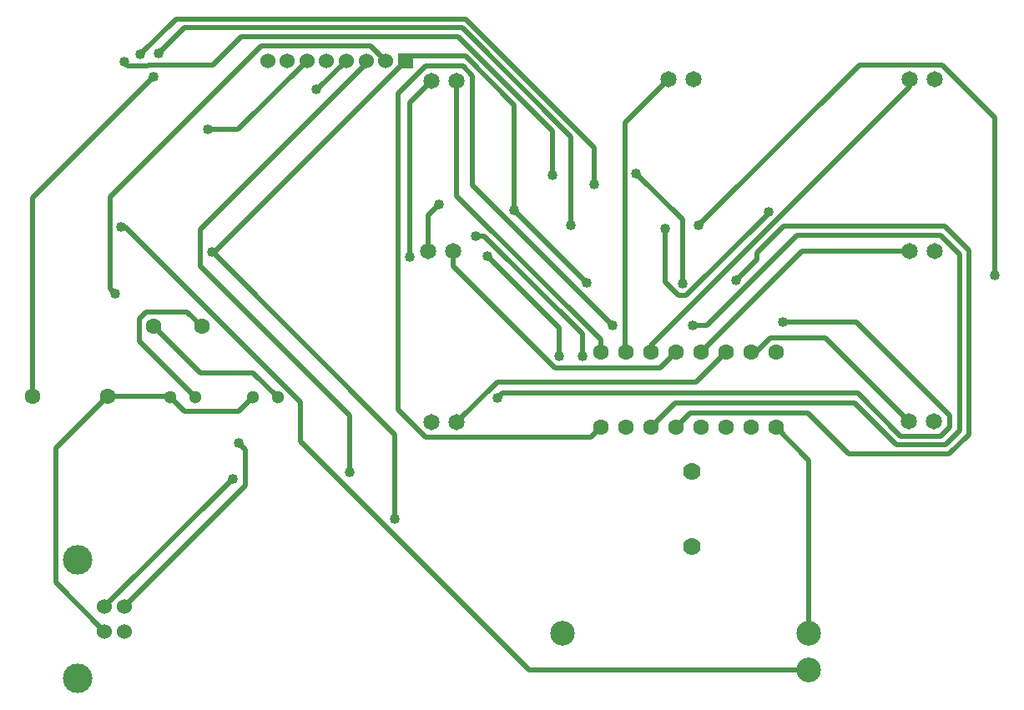
<source format=gbl>
G04 Layer: BottomLayer*
G04 EasyEDA v6.2.46, 2019-11-10T21:10:00+07:00*
G04 036f7757b27e478886c894ae7df38c4b,e5c1abbfa1e54b71a98531a1dec44753,10*
G04 Gerber Generator version 0.2*
G04 Scale: 100 percent, Rotated: No, Reflected: No *
G04 Dimensions in millimeters *
G04 leading zeros omitted , absolute positions ,3 integer and 3 decimal *
%FSLAX33Y33*%
%MOMM*%
G90*
G71D02*

%ADD11C,0.510007*%
%ADD13C,1.020013*%
%ADD27C,1.299997*%
%ADD28C,1.599997*%
%ADD29C,1.651000*%
%ADD30C,1.778000*%
%ADD31C,1.524000*%
%ADD32C,2.999994*%
%ADD33R,1.524000X1.524000*%
%ADD34C,2.499995*%

%LPD*%
G54D11*
G01X15308Y12806D02*
G01X27566Y25062D01*
G01X27566Y28755D01*
G01X26875Y29446D01*
G01X13309Y12806D02*
G01X26304Y25801D01*
G01X37830Y68199D02*
G01X34909Y65278D01*
G01X34798Y65278D01*
G01X13309Y10307D02*
G01X8336Y15278D01*
G01X8336Y28910D01*
G01X13589Y34163D01*
G01X19939Y34036D02*
G01X21374Y32600D01*
G01X26888Y32600D01*
G01X28321Y34036D01*
G01X13589Y34163D02*
G01X19812Y34163D01*
G01X19939Y34036D01*
G01X81407Y30988D02*
G01X84762Y27632D01*
G01X84762Y10129D01*
G01X18249Y41236D02*
G01X22981Y36507D01*
G01X28389Y36507D01*
G01X30861Y34036D01*
G01X54841Y53040D02*
G01X62217Y45664D01*
G01X43830Y68199D02*
G01X44287Y68656D01*
G01X49918Y68656D01*
G01X54841Y63736D01*
G01X54841Y53040D01*
G01X24348Y48717D02*
G01X43830Y68199D01*
G01X24348Y48717D02*
G01X42765Y30297D01*
G01X42765Y21666D01*
G01X24348Y48717D02*
G01X24305Y48717D01*
G01X24193Y48826D01*
G01X14991Y51348D02*
G01X15384Y51348D01*
G01X33185Y33545D01*
G01X33185Y29591D01*
G01X56398Y6380D01*
G01X84762Y6380D01*
G01X103647Y46471D02*
G01X103647Y62392D01*
G01X98267Y67772D01*
G01X89870Y67772D01*
G01X73583Y51485D01*
G01X18247Y66603D02*
G01X5969Y54325D01*
G01X5969Y34163D01*
G01X18816Y68945D02*
G01X21414Y71544D01*
G01X49583Y71544D01*
G01X60629Y60497D01*
G01X60629Y51485D01*
G01X82125Y41648D02*
G01X89583Y41648D01*
G01X99032Y32199D01*
G01X99032Y31048D01*
G01X98112Y30129D01*
G01X94073Y30129D01*
G01X89712Y34490D01*
G01X53672Y34490D01*
G01X53185Y34005D01*
G01X68707Y30988D02*
G01X71165Y33446D01*
G01X89367Y33446D01*
G01X93591Y29220D01*
G01X98610Y29220D01*
G01X100045Y30655D01*
G01X100045Y48564D01*
G01X98117Y50495D01*
G01X83555Y50495D01*
G01X74422Y41361D01*
G01X72953Y41361D01*
G01X71247Y30988D02*
G01X72727Y32468D01*
G01X84609Y32468D01*
G01X88760Y28318D01*
G01X98983Y28318D01*
G01X100954Y30286D01*
G01X100954Y49011D01*
G01X98508Y51457D01*
G01X82166Y51457D01*
G01X79453Y48745D01*
G01X79453Y48745D01*
G01X79453Y48028D01*
G01X77383Y45958D01*
G01X61765Y38221D02*
G01X61765Y40469D01*
G01X51831Y50403D01*
G01X50985Y50403D01*
G01X23152Y41236D02*
G01X21691Y42697D01*
G01X17498Y42697D01*
G01X16791Y41991D01*
G01X16791Y39723D01*
G01X22479Y34036D01*
G01X49022Y66167D02*
G01X49022Y54488D01*
G01X63627Y39883D01*
G01X63627Y38608D01*
G01X66167Y38608D02*
G01X66085Y38689D01*
G01X66085Y61894D01*
G01X70485Y66294D01*
G01X94996Y66294D02*
G01X94996Y65562D01*
G01X79240Y49809D01*
G01X79240Y49809D01*
G01X68707Y39276D01*
G01X68707Y38608D01*
G01X71247Y38608D02*
G01X69689Y37050D01*
G01X58961Y37050D01*
G01X48641Y47371D01*
G01X48641Y48895D01*
G01X49022Y31496D02*
G01X53141Y35615D01*
G01X73334Y35615D01*
G01X76327Y38608D01*
G01X94996Y48895D02*
G01X84074Y48895D01*
G01X73787Y38608D01*
G01X78867Y38608D02*
G01X79362Y38608D01*
G01X79362Y38608D01*
G01X80807Y40055D01*
G01X86436Y40055D01*
G01X94869Y31623D01*
G01X59441Y38209D02*
G01X59441Y41137D01*
G01X52176Y48404D01*
G01X67243Y56789D02*
G01X71927Y52105D01*
G01X71927Y45623D01*
G01X39829Y68199D02*
G01X39829Y67919D01*
G01X23022Y51112D01*
G01X23022Y47327D01*
G01X38160Y32189D01*
G01X38160Y26466D01*
G01X80665Y52870D02*
G01X80665Y52712D01*
G01X72316Y44363D01*
G01X71546Y44363D01*
G01X70175Y45735D01*
G01X70175Y51160D01*
G01X15288Y68064D02*
G01X15684Y67670D01*
G01X17678Y67670D01*
G01X17767Y67762D01*
G01X24269Y67762D01*
G01X27150Y70642D01*
G01X49209Y70642D01*
G01X58742Y61109D01*
G01X58742Y56563D01*
G01X46482Y66167D02*
G01X44231Y63916D01*
G01X44231Y48326D01*
G01X46101Y48895D02*
G01X46101Y52514D01*
G01X47233Y53647D01*
G01X64856Y41358D02*
G01X50639Y55575D01*
G01X50639Y66659D01*
G01X49646Y67652D01*
G01X45859Y67652D01*
G01X43058Y64848D01*
G01X43058Y32804D01*
G01X45859Y30002D01*
G01X62641Y30002D01*
G01X63627Y30988D01*
G01X16939Y68869D02*
G01X20518Y72445D01*
G01X49959Y72445D01*
G01X63014Y59390D01*
G01X63014Y55646D01*
G01X14351Y44538D02*
G01X13832Y45057D01*
G01X13832Y54363D01*
G01X29192Y69723D01*
G01X40307Y69723D01*
G01X41831Y68199D01*
G01X33830Y68199D02*
G01X26860Y61229D01*
G01X23774Y61229D01*
G54D27*
G01X28321Y34036D03*
G01X30861Y34036D03*
G01X19939Y34036D03*
G01X22479Y34036D03*
G54D28*
G01X23151Y41237D03*
G01X18250Y41237D03*
G54D29*
G01X46482Y66167D03*
G01X49022Y66167D03*
G01X73025Y66294D03*
G01X70485Y66294D03*
G01X97536Y66294D03*
G01X94996Y66294D03*
G01X46101Y48895D03*
G01X48641Y48895D03*
G01X97536Y48895D03*
G01X94996Y48895D03*
G01X46482Y31496D03*
G01X49022Y31496D03*
G01X97409Y31623D03*
G01X94869Y31623D03*
G54D28*
G01X13589Y34163D03*
G01X5969Y34163D03*
G01X63627Y30988D03*
G01X66167Y30988D03*
G01X68707Y30988D03*
G01X71247Y30988D03*
G01X73787Y30988D03*
G01X76327Y30988D03*
G01X78867Y30988D03*
G01X81407Y30988D03*
G01X81407Y38608D03*
G01X78867Y38608D03*
G01X76327Y38608D03*
G01X73787Y38608D03*
G01X71247Y38608D03*
G01X68707Y38608D03*
G01X66167Y38608D03*
G01X63627Y38608D03*
G54D30*
G01X72898Y18933D03*
G01X72898Y26532D03*
G54D31*
G01X15308Y10306D03*
G01X15308Y12806D03*
G01X13308Y12806D03*
G01X13308Y10306D03*
G54D32*
G01X10598Y5536D03*
G01X10598Y17576D03*
G54D31*
G01X31831Y68199D03*
G01X33831Y68199D03*
G01X35831Y68199D03*
G01X37831Y68199D03*
G01X39831Y68199D03*
G01X41831Y68199D03*
G54D33*
G01X43831Y68199D03*
G54D31*
G01X29831Y68199D03*
G54D34*
G01X84763Y10130D03*
G01X84763Y6380D03*
G01X59763Y10130D03*
G54D13*
G01X26875Y29446D03*
G01X26304Y25801D03*
G01X34798Y65278D03*
G01X62217Y45664D03*
G01X54841Y53040D03*
G01X24193Y48826D03*
G01X42765Y21666D03*
G01X14991Y51348D03*
G01X103647Y46471D03*
G01X73583Y51485D03*
G01X18247Y66603D03*
G01X60629Y51485D03*
G01X18816Y68945D03*
G01X53185Y34005D03*
G01X82125Y41648D03*
G01X72953Y41361D03*
G01X77383Y45958D03*
G01X61765Y38221D03*
G01X50985Y50403D03*
G01X59441Y38209D03*
G01X52176Y48404D03*
G01X67243Y56789D03*
G01X71927Y45623D03*
G01X38160Y26466D03*
G01X70175Y51160D03*
G01X80665Y52870D03*
G01X58742Y56563D03*
G01X15288Y68064D03*
G01X44231Y48326D03*
G01X47233Y53647D03*
G01X64856Y41358D03*
G01X63014Y55646D03*
G01X16939Y68869D03*
G01X14351Y44538D03*
G01X23774Y61229D03*
M00*
M02*

</source>
